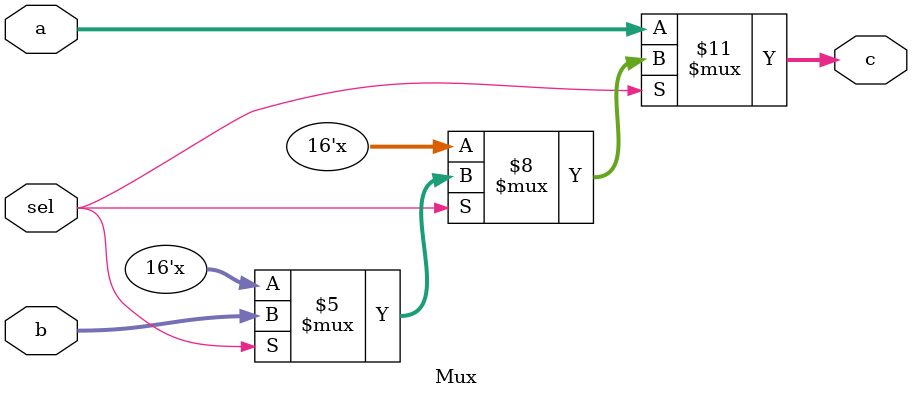
<source format=v>
module Mux(a,b,sel,c);
	input [15:0] a,b;
	input sel;
	output reg [15:0]c;
	always @(*)begin
	if(sel==1'b0)
	c = a;
	else if(sel==1'b1)
	c = b;
	end
endmodule

</source>
